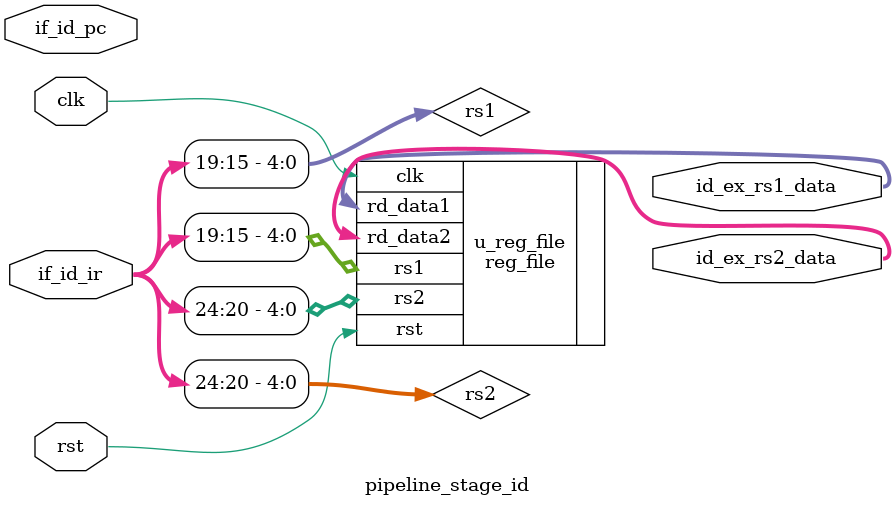
<source format=sv>
module pipeline_stage_id (
    input  logic        clk,
    input  logic        rst,
    input  logic [31:0] if_id_ir,
    input  logic [31:0] if_id_pc,
    output logic [31:0] id_ex_rs1_data,
    output logic [31:0] id_ex_rs2_data
    // ... other outputs for control signals
);
    logic [4:0] rs1, rs2;
    assign rs1 = if_id_ir[19:15];
    assign rs2 = if_id_ir[24:20];

    reg_file u_reg_file (
        .clk(clk),
        .rst(rst),
        .rs1(rs1),
        .rs2(rs2),
        .rd_data1(id_ex_rs1_data),
        .rd_data2(id_ex_rs2_data)
        // ... other connections
    );

endmodule
</source>
